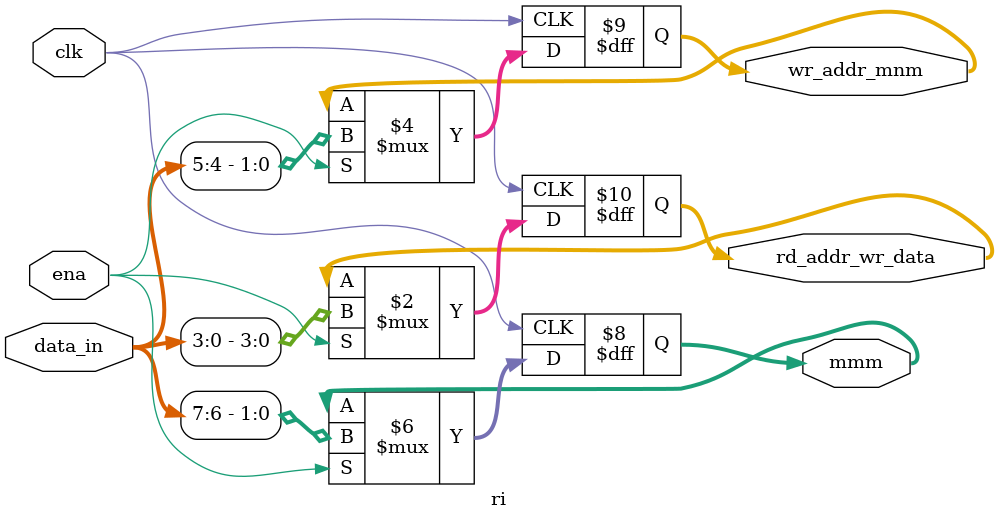
<source format=v>
module ri (
    input wire [7:0] data_in,
    input wire clk, ena,
    output reg [1:0] mmm, wr_addr_mnm,
    output reg [3:0] rd_addr_wr_data
);

    always @(posedge clk) begin
        if (ena) begin
            mmm <= data_in[7:6];
            wr_addr_mnm <= data_in[5:4];
            rd_addr_wr_data <= data_in[3:0];
        end
    end

endmodule

</source>
